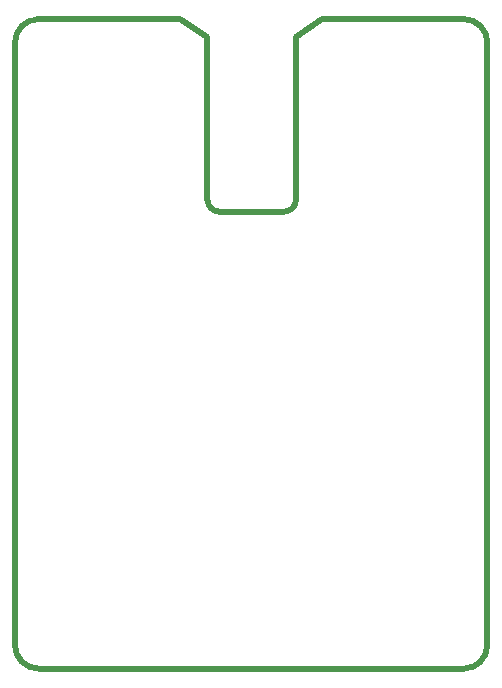
<source format=gbr>
%TF.GenerationSoftware,KiCad,Pcbnew,7.0.9*%
%TF.CreationDate,2024-01-10T08:51:34-08:00*%
%TF.ProjectId,rpi_adapter,7270695f-6164-4617-9074-65722e6b6963,rev?*%
%TF.SameCoordinates,PX82a7440PY660b0c0*%
%TF.FileFunction,Profile,NP*%
%FSLAX46Y46*%
G04 Gerber Fmt 4.6, Leading zero omitted, Abs format (unit mm)*
G04 Created by KiCad (PCBNEW 7.0.9) date 2024-01-10 08:51:34*
%MOMM*%
%LPD*%
G01*
G04 APERTURE LIST*
%TA.AperFunction,Profile*%
%ADD10C,0.500000*%
%TD*%
G04 APERTURE END LIST*
D10*
X20000000Y25000000D02*
X20000000Y-26000000D01*
X-20000000Y-26000000D02*
X-20000000Y25000000D01*
X-18000000Y27000000D02*
G75*
G03*
X-20000000Y25000000I0J-2000000D01*
G01*
X-6000000Y27000000D02*
X-18000000Y27000000D01*
X18000000Y-28000000D02*
G75*
G03*
X20000000Y-26000000I0J2000000D01*
G01*
X3800000Y25500000D02*
X6000000Y27000000D01*
X6000000Y27000000D02*
X18000000Y27000000D01*
X18000000Y-28000000D02*
X-18000000Y-28000000D01*
X-3700000Y25500000D02*
X-6000000Y27000000D01*
X20000000Y25000000D02*
G75*
G03*
X18000000Y27000000I-2000000J0D01*
G01*
X-20000000Y-26000000D02*
G75*
G03*
X-18000000Y-28000000I2000000J0D01*
G01*
%TO.C,U1*%
X-3699989Y11700011D02*
X-3700000Y25500000D01*
X2800040Y10699960D02*
X-2699989Y10700011D01*
X3800040Y11699960D02*
X3800000Y25500000D01*
X-3699989Y11700011D02*
G75*
G03*
X-2699989Y10700011I999989J-11D01*
G01*
X2800040Y10699960D02*
G75*
G03*
X3800040Y11699960I-40J1000040D01*
G01*
%TD*%
M02*

</source>
